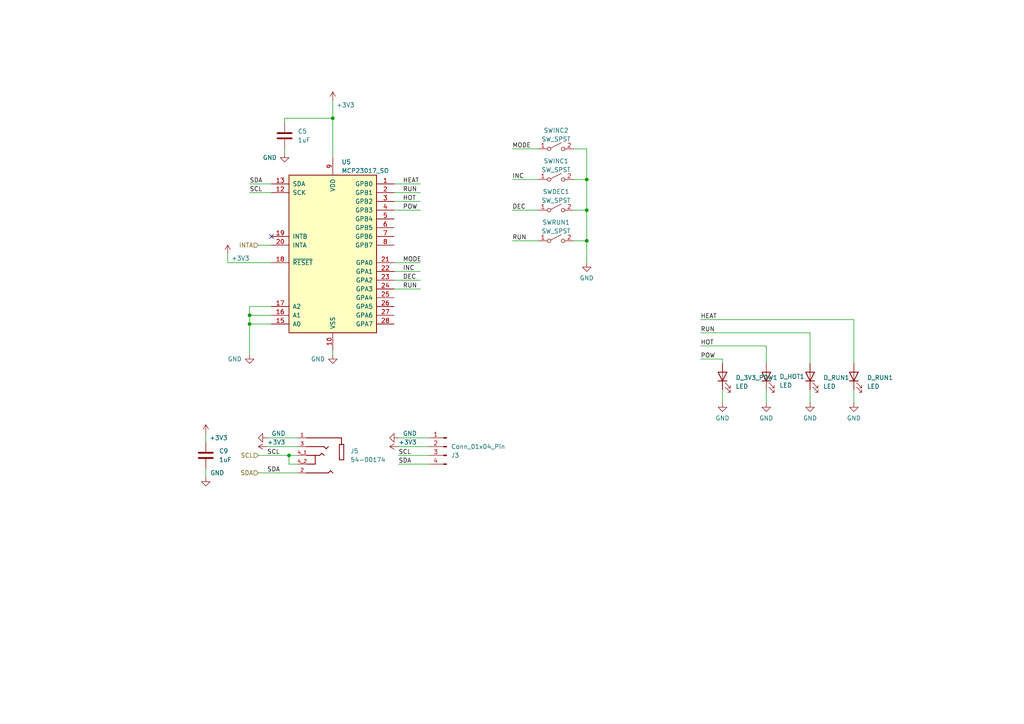
<source format=kicad_sch>
(kicad_sch (version 20230121) (generator eeschema)
  (paper "A4")
  (lib_symbols
    (symbol "Connector:Conn_01x04_Pin" (pin_names (offset 1.016) hide)
      (property "Reference" "J" (at 0 5.08 0))
      (property "Value" "Conn_01x04_Pin" (at 0 -7.62 0))
      (symbol "Conn_01x04_Pin_1_1"
        (polyline (pts (xy 1.27 -5.08) (xy 0.8636 -5.08)) (stroke (width 0.1524)))
        (polyline (pts (xy 1.27 -2.54) (xy 0.8636 -2.54)) (stroke (width 0.1524)))
        (polyline (pts (xy 1.27 0) (xy 0.8636 0)) (stroke (width 0.1524)))
        (polyline (pts (xy 1.27 2.54) (xy 0.8636 2.54)) (stroke (width 0.1524)))
        (rectangle (start 0.8636 -4.953) (end 0 -5.207) (stroke (width 0.1524)) (fill (type outline)))
        (rectangle (start 0.8636 -2.413) (end 0 -2.667) (stroke (width 0.1524)) (fill (type outline)))
        (rectangle (start 0.8636 0.127) (end 0 -0.127) (stroke (width 0.1524)) (fill (type outline)))
        (rectangle (start 0.8636 2.667) (end 0 2.413) (stroke (width 0.1524)) (fill (type outline)))
        (pin passive line (at 5.08 2.54 180) (length 3.81) (name "Pin_1") (number "1"))
        (pin passive line (at 5.08 0 180) (length 3.81) (name "Pin_2") (number "2"))
        (pin passive line (at 5.08 -2.54 180) (length 3.81) (name "Pin_3") (number "3"))
        (pin passive line (at 5.08 -5.08 180) (length 3.81) (name "Pin_4") (number "4"))
      )
    )
    (symbol "Device:C" (pin_numbers hide) (pin_names (offset 0.254))
      (property "Reference" "C" (at 0.635 2.54 0))
      (property "Value" "C" (at 0.635 -2.54 0))
      (symbol "C_0_1"
        (polyline (pts (xy -2.032 -0.762) (xy 2.032 -0.762)) (stroke (width 0.508)))
        (polyline (pts (xy -2.032 0.762) (xy 2.032 0.762)) (stroke (width 0.508)))
      )
      (symbol "C_1_1"
        (pin passive line (at 0 3.81 270) (length 2.794) (name "~") (number "1"))
        (pin passive line (at 0 -3.81 90) (length 2.794) (name "~") (number "2"))
      )
    )
    (symbol "Device:LED" (pin_numbers hide) (pin_names (offset 1.016) hide)
      (property "Reference" "D" (at 0 2.54 0))
      (property "Value" "LED" (at 0 -2.54 0))
      (symbol "LED_0_1"
        (polyline (pts (xy -1.27 -1.27) (xy -1.27 1.27)) (stroke (width 0.254)))
        (polyline (pts (xy -1.27 0) (xy 1.27 0)))
        (polyline (pts (xy 1.27 -1.27) (xy 1.27 1.27) (xy -1.27 0) (xy 1.27 -1.27)) (stroke (width 0.254)))
        (polyline (pts (xy -3.048 -0.762) (xy -4.572 -2.286) (xy -3.81 -2.286) (xy -4.572 -2.286) (xy -4.572 -1.524)))
        (polyline (pts (xy -1.778 -0.762) (xy -3.302 -2.286) (xy -2.54 -2.286) (xy -3.302 -2.286) (xy -3.302 -1.524)))
      )
      (symbol "LED_1_1"
        (pin passive line (at -3.81 0 0) (length 2.54) (name "K") (number "1"))
        (pin passive line (at 3.81 0 180) (length 2.54) (name "A") (number "2"))
      )
    )
    (symbol "HPsym:54-00174" (pin_names (offset 1.016) hide)
      (property "Reference" "J" (at -5.08 5.842 0))
      (property "Value" "54-00174" (at -5.08 -7.62 0))
      (symbol "54-00174_0_0"
        (polyline (pts (xy -5.715 -1.27) (xy -5.715 3.175)) (stroke (width 0.254)))
        (polyline (pts (xy -5.715 3.175) (xy -5.08 3.175)) (stroke (width 0.254)))
        (polyline (pts (xy -5.08 3.175) (xy -4.445 3.175)) (stroke (width 0.254)))
        (polyline (pts (xy -5.08 5.08) (xy -5.08 3.175)) (stroke (width 0.254)))
        (polyline (pts (xy -4.445 -1.27) (xy -5.715 -1.27)) (stroke (width 0.254)))
        (polyline (pts (xy -4.445 3.175) (xy -4.445 -1.27)) (stroke (width 0.254)))
        (polyline (pts (xy -1.905 -4.445) (xy -2.54 -5.08)) (stroke (width 0.254)))
        (polyline (pts (xy -1.27 -5.08) (xy -1.905 -4.445)) (stroke (width 0.254)))
        (polyline (pts (xy -0.635 1.905) (xy -1.27 2.54)) (stroke (width 0.254)))
        (polyline (pts (xy 0 2.54) (xy -0.635 1.905)) (stroke (width 0.254)))
        (polyline (pts (xy 0.635 0.635) (xy 0 0)) (stroke (width 0.254)))
        (polyline (pts (xy 1.27 0) (xy 0.635 0.635)) (stroke (width 0.254)))
        (polyline (pts (xy 2.54 -2.54) (xy 2.54 0)) (stroke (width 0.254)))
        (polyline (pts (xy 2.54 0) (xy 1.27 0)) (stroke (width 0.254)))
        (polyline (pts (xy 5.08 -5.08) (xy -1.27 -5.08)) (stroke (width 0.254)))
        (polyline (pts (xy 5.08 -2.54) (xy 2.54 -2.54)) (stroke (width 0.254)))
        (polyline (pts (xy 5.08 0) (xy 2.54 0)) (stroke (width 0.254)))
        (polyline (pts (xy 5.08 2.54) (xy 0 2.54)) (stroke (width 0.254)))
        (polyline (pts (xy 5.08 5.08) (xy -5.08 5.08)) (stroke (width 0.254)))
        (pin passive line (at 7.62 5.08 180) (length 2.54) (name "~") (number "1"))
        (pin passive line (at 7.62 -5.08 180) (length 2.54) (name "~") (number "2"))
        (pin passive line (at 7.62 2.54 180) (length 2.54) (name "~") (number "3"))
        (pin passive line (at 7.62 0 180) (length 2.54) (name "~") (number "4_1"))
        (pin passive line (at 7.62 -2.54 180) (length 2.54) (name "~") (number "4_2"))
      )
    )
    (symbol "Interface_Expansion:MCP23017_SO" (pin_names (offset 1.016))
      (property "Reference" "U" (at -11.43 24.13 0))
      (property "Value" "MCP23017_SO" (at 0 0 0))
      (symbol "MCP23017_SO_0_1"
        (rectangle (start -12.7 22.86) (end 12.7 -22.86) (stroke (width 0.254)) (fill (type background)))
      )
      (symbol "MCP23017_SO_1_1"
        (pin bidirectional line (at 17.78 20.32 180) (length 5.08) (name "GPB0") (number "1"))
        (pin power_in line (at 0 -27.94 90) (length 5.08) (name "VSS") (number "10"))
        (pin no_connect line (at -12.7 15.24 0) (length 5.08) hide (name "NC") (number "11"))
        (pin input line (at -17.78 17.78 0) (length 5.08) (name "SCK") (number "12"))
        (pin bidirectional line (at -17.78 20.32 0) (length 5.08) (name "SDA") (number "13"))
        (pin no_connect line (at -12.7 12.7 0) (length 5.08) hide (name "NC") (number "14"))
        (pin input line (at -17.78 -20.32 0) (length 5.08) (name "A0") (number "15"))
        (pin input line (at -17.78 -17.78 0) (length 5.08) (name "A1") (number "16"))
        (pin input line (at -17.78 -15.24 0) (length 5.08) (name "A2") (number "17"))
        (pin input line (at -17.78 -2.54 0) (length 5.08) (name "~{RESET}") (number "18"))
        (pin tri_state line (at -17.78 5.08 0) (length 5.08) (name "INTB") (number "19"))
        (pin bidirectional line (at 17.78 17.78 180) (length 5.08) (name "GPB1") (number "2"))
        (pin tri_state line (at -17.78 2.54 0) (length 5.08) (name "INTA") (number "20"))
        (pin bidirectional line (at 17.78 -2.54 180) (length 5.08) (name "GPA0") (number "21"))
        (pin bidirectional line (at 17.78 -5.08 180) (length 5.08) (name "GPA1") (number "22"))
        (pin bidirectional line (at 17.78 -7.62 180) (length 5.08) (name "GPA2") (number "23"))
        (pin bidirectional line (at 17.78 -10.16 180) (length 5.08) (name "GPA3") (number "24"))
        (pin bidirectional line (at 17.78 -12.7 180) (length 5.08) (name "GPA4") (number "25"))
        (pin bidirectional line (at 17.78 -15.24 180) (length 5.08) (name "GPA5") (number "26"))
        (pin bidirectional line (at 17.78 -17.78 180) (length 5.08) (name "GPA6") (number "27"))
        (pin bidirectional line (at 17.78 -20.32 180) (length 5.08) (name "GPA7") (number "28"))
        (pin bidirectional line (at 17.78 15.24 180) (length 5.08) (name "GPB2") (number "3"))
        (pin bidirectional line (at 17.78 12.7 180) (length 5.08) (name "GPB3") (number "4"))
        (pin bidirectional line (at 17.78 10.16 180) (length 5.08) (name "GPB4") (number "5"))
        (pin bidirectional line (at 17.78 7.62 180) (length 5.08) (name "GPB5") (number "6"))
        (pin bidirectional line (at 17.78 5.08 180) (length 5.08) (name "GPB6") (number "7"))
        (pin bidirectional line (at 17.78 2.54 180) (length 5.08) (name "GPB7") (number "8"))
        (pin power_in line (at 0 27.94 270) (length 5.08) (name "VDD") (number "9"))
      )
    )
    (symbol "Switch:SW_SPST" (pin_names (offset 0) hide)
      (property "Reference" "SW" (at 0 3.175 0))
      (property "Value" "SW_SPST" (at 0 -2.54 0))
      (symbol "SW_SPST_0_0"
        (circle (center -2.032 0) (radius 0.508))
        (polyline (pts (xy -1.524 0.254) (xy 1.524 1.778)))
        (circle (center 2.032 0) (radius 0.508))
      )
      (symbol "SW_SPST_1_1"
        (pin passive line (at -5.08 0 0) (length 2.54) (name "A") (number "1"))
        (pin passive line (at 5.08 0 180) (length 2.54) (name "B") (number "2"))
      )
    )
    (symbol "power:+3V3" (power) (pin_names (offset 0))
      (property "Value" "+3V3" (at 0 3.556 0))
      (symbol "+3V3_0_1"
        (polyline (pts (xy -0.762 1.27) (xy 0 2.54)))
        (polyline (pts (xy 0 0) (xy 0 2.54)))
        (polyline (pts (xy 0 2.54) (xy 0.762 1.27)))
      )
      (symbol "+3V3_1_1"
        (pin power_in line (at 0 0 90) (length 0) hide (name "+3V3") (number "1"))
      )
    )
    (symbol "power:GND" (power) (pin_names (offset 0))
      (property "Value" "GND" (at 0 -3.81 0))
      (symbol "GND_0_1"
        (polyline (pts (xy 0 0) (xy 0 -1.27) (xy 1.27 -1.27) (xy 0 -2.54) (xy -1.27 -1.27) (xy 0 -1.27)))
      )
      (symbol "GND_1_1"
        (pin power_in line (at 0 0 270) (length 0) hide (name "GND") (number "1"))
      )
    )
  )
  (junction (at 83.82 132.08))
  (junction (at 72.39 91.44))
  (junction (at 96.52 34.29))
  (junction (at 170.18 52.07))
  (junction (at 72.39 93.98))
  (junction (at 170.18 69.85))
  (junction (at 170.18 60.96))
  (no_connect (at 78.74 68.58))
  (wire (pts (xy 59.69 135.89) (xy 59.69 138.43)))
  (wire (pts (xy 170.18 43.18) (xy 170.18 52.07)))
  (wire (pts (xy 96.52 34.29) (xy 96.52 45.72)))
  (wire (pts (xy 114.3 76.2) (xy 121.92 76.2)))
  (wire (pts (xy 247.65 113.03) (xy 247.65 116.84)))
  (wire (pts (xy 82.55 34.29) (xy 96.52 34.29)))
  (wire (pts (xy 166.37 69.85) (xy 170.18 69.85)))
  (wire (pts (xy 96.52 29.21) (xy 96.52 34.29)))
  (wire (pts (xy 222.25 113.03) (xy 222.25 116.84)))
  (wire (pts (xy 247.65 92.71) (xy 247.65 105.41)))
  (wire (pts (xy 114.3 81.28) (xy 121.92 81.28)))
  (wire (pts (xy 114.3 55.88) (xy 121.92 55.88)))
  (wire (pts (xy 74.93 71.12) (xy 78.74 71.12)))
  (wire (pts (xy 114.3 53.34) (xy 121.92 53.34)))
  (wire (pts (xy 166.37 52.07) (xy 170.18 52.07)))
  (wire (pts (xy 115.57 129.54) (xy 124.46 129.54)))
  (wire (pts (xy 74.93 137.16) (xy 86.36 137.16)))
  (wire (pts (xy 72.39 55.88) (xy 78.74 55.88)))
  (wire (pts (xy 166.37 60.96) (xy 170.18 60.96)))
  (wire (pts (xy 234.95 113.03) (xy 234.95 116.84)))
  (wire (pts (xy 72.39 93.98) (xy 78.74 93.98)))
  (wire (pts (xy 114.3 58.42) (xy 121.92 58.42)))
  (wire (pts (xy 203.2 92.71) (xy 247.65 92.71)))
  (wire (pts (xy 209.55 104.14) (xy 209.55 105.41)))
  (wire (pts (xy 83.82 132.08) (xy 86.36 132.08)))
  (wire (pts (xy 203.2 96.52) (xy 234.95 96.52)))
  (wire (pts (xy 96.52 102.87) (xy 96.52 101.6)))
  (wire (pts (xy 72.39 91.44) (xy 72.39 93.98)))
  (wire (pts (xy 82.55 43.18) (xy 82.55 44.45)))
  (wire (pts (xy 77.47 127) (xy 86.36 127)))
  (wire (pts (xy 77.47 129.54) (xy 86.36 129.54)))
  (wire (pts (xy 115.57 132.08) (xy 124.46 132.08)))
  (wire (pts (xy 72.39 53.34) (xy 78.74 53.34)))
  (wire (pts (xy 66.04 73.66) (xy 66.04 76.2)))
  (wire (pts (xy 115.57 127) (xy 124.46 127)))
  (wire (pts (xy 170.18 60.96) (xy 170.18 69.85)))
  (wire (pts (xy 148.59 69.85) (xy 156.21 69.85)))
  (wire (pts (xy 72.39 93.98) (xy 72.39 102.87)))
  (wire (pts (xy 203.2 100.33) (xy 222.25 100.33)))
  (wire (pts (xy 148.59 60.96) (xy 156.21 60.96)))
  (wire (pts (xy 66.04 76.2) (xy 78.74 76.2)))
  (wire (pts (xy 82.55 35.56) (xy 82.55 34.29)))
  (wire (pts (xy 114.3 83.82) (xy 121.92 83.82)))
  (wire (pts (xy 114.3 78.74) (xy 121.92 78.74)))
  (wire (pts (xy 114.3 60.96) (xy 121.92 60.96)))
  (wire (pts (xy 115.57 134.62) (xy 124.46 134.62)))
  (wire (pts (xy 209.55 113.03) (xy 209.55 116.84)))
  (wire (pts (xy 78.74 88.9) (xy 72.39 88.9)))
  (wire (pts (xy 148.59 52.07) (xy 156.21 52.07)))
  (wire (pts (xy 234.95 96.52) (xy 234.95 105.41)))
  (wire (pts (xy 74.93 132.08) (xy 83.82 132.08)))
  (wire (pts (xy 72.39 91.44) (xy 78.74 91.44)))
  (wire (pts (xy 170.18 52.07) (xy 170.18 60.96)))
  (wire (pts (xy 222.25 100.33) (xy 222.25 105.41)))
  (wire (pts (xy 59.69 125.73) (xy 59.69 128.27)))
  (wire (pts (xy 148.59 43.18) (xy 156.21 43.18)))
  (wire (pts (xy 166.37 43.18) (xy 170.18 43.18)))
  (wire (pts (xy 203.2 104.14) (xy 209.55 104.14)))
  (wire (pts (xy 83.82 134.62) (xy 83.82 132.08)))
  (wire (pts (xy 72.39 88.9) (xy 72.39 91.44)))
  (wire (pts (xy 86.36 134.62) (xy 83.82 134.62)))
  (wire (pts (xy 170.18 69.85) (xy 170.18 76.2)))
  (label "INC" (at 116.84 78.74 0))
  (label "SCL" (at 72.39 55.88 0))
  (label "POW" (at 116.84 60.96 0))
  (label "SCL" (at 77.47 132.08 0))
  (label "SCL" (at 115.57 132.08 0))
  (label "SDA" (at 72.39 53.34 0))
  (label "DEC" (at 148.59 60.96 0))
  (label "HOT" (at 116.84 58.42 0))
  (label "HEAT" (at 203.2 92.71 0))
  (label "RUN" (at 116.84 83.82 0))
  (label "MODE" (at 116.84 76.2 0))
  (label "RUN" (at 148.59 69.85 0))
  (label "HEAT" (at 116.84 53.34 0))
  (label "DEC" (at 116.84 81.28 0))
  (label "SDA" (at 115.57 134.62 0))
  (label "RUN" (at 116.84 55.88 0))
  (label "INC" (at 148.59 52.07 0))
  (label "MODE" (at 148.59 43.18 0))
  (label "POW" (at 203.2 104.14 0))
  (label "RUN" (at 203.2 96.52 0))
  (label "HOT" (at 203.2 100.33 0))
  (label "SDA" (at 77.47 137.16 0))
  (hierarchical_label "INTA" (shape input) (at 74.93 71.12 180))
  (hierarchical_label "SCL" (shape input) (at 74.93 132.08 180))
  (hierarchical_label "SDA" (shape input) (at 74.93 137.16 180))
  (symbol (lib_id "power:GND") (at 222.25 116.84 0) (unit 1)
    (property "Reference" "#PWR0101" (effects hide))
    (property "Value" "GND" (at 222.25 121.2834 0))
    (instances (project "HPcontroller" (path "" (reference "#PWR0101") (unit 1)) (path "" (reference "#PWR055") (unit 1))))
  )
  (symbol (lib_id "power:GND") (at 72.39 102.87 0) (unit 1)
    (property "Reference" "#PWR046" (effects hide))
    (property "Value" "GND" (at 66.04 104.14 0) (effects (justify left)))
    (instances (project "HPcontroller" (path "" (reference "#PWR046") (unit 1)) (path "" (reference "#PWR049") (unit 1))))
  )
  (symbol (lib_id "Device:C") (at 59.69 132.08 0) (unit 1)
    (property "Reference" "C9" (at 63.5 130.81 0) (effects (justify left)))
    (property "Value" "1uF" (at 63.5 133.35 0) (effects (justify left)))
    (property "Footprint" "Capacitor_SMD:C_0805_2012Metric_Pad1.18x1.45mm_HandSolder" (effects hide))
  )
  (symbol (lib_id "HPsym:54-00174") (at 93.98 132.08 0) (mirror y) (unit 1)
    (property "Reference" "J5" (at 101.6 130.81 0) (effects (justify right)))
    (property "Value" "54-00174" (at 101.6 133.35 0) (effects (justify right)))
    (property "Footprint" "TENSILITY_54-00174" (effects hide))
    (property "PARTREV" "A" (effects hide))
    (property "STANDARD" "Manufacturer Recommendations" (effects hide))
    (property "SNAPEDA_PN" "54-00174" (effects hide))
    (property "MAXIMUM_PACKAGE_HEIGHT" "6mm" (effects hide))
    (property "MANUFACTURER" "TENSILITY" (effects hide))
    (property "MPN" "54-00174" (effects hide))
    (instances (project "HPcontroller" (path "" (reference "J5") (unit 1)) (path "" (reference "J1") (unit 1))))
  )
  (symbol (lib_id "power:GND") (at 82.55 44.45 0) (unit 1)
    (property "Reference" "#PWR044" (effects hide))
    (property "Value" "GND" (at 76.2 45.72 0) (effects (justify left)))
    (instances (project "HPcontroller" (path "" (reference "#PWR044") (unit 1)) (path "" (reference "#PWR057") (unit 1))))
  )
  (symbol (lib_id "Switch:SW_SPST") (at 161.29 69.85 0) (unit 1)
    (property "Reference" "SWRUN1" (at 161.29 64.4992 0))
    (property "Value" "SW_SPST" (at 161.29 67.0361 0))
    (property "Footprint" "Button_Switch_SMD:SW_SPST_PTS645" (effects hide))
    (instances (project "HPcontroller" (path "" (reference "SWRUN1") (unit 1)) (path "" (reference "SWRUN2") (unit 1))))
  )
  (symbol (lib_id "Device:LED") (at 247.65 109.22 90) (unit 1)
    (property "Reference" "D_RUN1" (at 251.46 109.5375 90) (effects (justify right)))
    (property "Value" "LED" (at 251.46 112.0775 90) (effects (justify right)))
    (property "Footprint" "LED_SMD:LED_0603_1608Metric_Pad1.05x0.95mm_HandSolder" (effects hide))
    (instances (project "HPcontroller" (path "" (reference "D_RUN1") (unit 1)) (path "" (reference "D_HEAT1") (unit 1))))
  )
  (symbol (lib_id "power:+3V3") (at 77.47 129.54 90) (unit 1)
    (property "Reference" "#PWR043" (effects hide))
    (property "Value" "+3V3" (at 77.47 128.27 90) (effects (justify right)))
    (instances (project "HPcontroller" (path "" (reference "#PWR043") (unit 1)) (path "" (reference "#PWR051") (unit 1))))
  )
  (symbol (lib_id "Device:C") (at 82.55 39.37 0) (unit 1)
    (property "Reference" "C5" (at 86.36 38.1 0) (effects (justify left)))
    (property "Value" "1uF" (at 86.36 40.64 0) (effects (justify left)))
    (property "Footprint" "Capacitor_SMD:C_0805_2012Metric_Pad1.18x1.45mm_HandSolder" (effects hide))
  )
  (symbol (lib_id "Connector:Conn_01x04_Pin") (at 129.54 129.54 0) (mirror y) (unit 1)
    (property "Reference" "J3" (at 130.81 132.08 0) (effects (justify right)))
    (property "Value" "Conn_01x04_Pin" (at 130.81 129.54 0) (effects (justify right)))
    (property "Footprint" "Connector_PinHeader_2.54mm:PinHeader_1x04_P2.54mm_Vertical" (effects hide))
  )
  (symbol (lib_id "power:+3V3") (at 66.04 73.66 0) (unit 1)
    (property "Reference" "#PWR047" (effects hide))
    (property "Value" "+3V3" (at 72.39 74.93 0) (effects (justify right)))
    (instances (project "HPcontroller" (path "" (reference "#PWR047") (unit 1)) (path "" (reference "#PWR048") (unit 1))))
  )
  (symbol (lib_id "power:GND") (at 209.55 116.84 0) (unit 1)
    (property "Reference" "#PWR0102" (effects hide))
    (property "Value" "GND" (at 209.55 121.2834 0))
    (instances (project "HPcontroller" (path "" (reference "#PWR0102") (unit 1)) (path "" (reference "#PWR054") (unit 1))))
  )
  (symbol (lib_id "Switch:SW_SPST") (at 161.29 60.96 0) (unit 1)
    (property "Reference" "SWDEC1" (at 161.29 55.6092 0))
    (property "Value" "SW_SPST" (at 161.29 58.1461 0))
    (property "Footprint" "Button_Switch_SMD:SW_SPST_PTS645" (effects hide))
    (instances (project "HPcontroller" (path "" (reference "SWDEC1") (unit 1)) (path "" (reference "SWDEC2") (unit 1))))
  )
  (symbol (lib_id "Device:LED") (at 222.25 109.22 90) (unit 1)
    (property "Reference" "D_HOT1" (at 226.06 109.22 90) (effects (justify right)))
    (property "Value" "LED" (at 226.06 111.76 90) (effects (justify right)))
    (property "Footprint" "LED_SMD:LED_0603_1608Metric_Pad1.05x0.95mm_HandSolder" (effects hide))
  )
  (symbol (lib_id "Device:LED") (at 234.95 109.22 90) (unit 1)
    (property "Reference" "D_RUN1" (at 238.76 109.5374 90) (effects (justify right)))
    (property "Value" "LED" (at 238.76 112.0774 90) (effects (justify right)))
    (property "Footprint" "LED_SMD:LED_0603_1608Metric_Pad1.05x0.95mm_HandSolder" (effects hide))
  )
  (symbol (lib_id "Switch:SW_SPST") (at 161.29 43.18 0) (unit 1)
    (property "Reference" "SWINC2" (at 161.29 37.8292 0))
    (property "Value" "SW_SPST" (at 161.29 40.3661 0))
    (property "Footprint" "Button_Switch_SMD:SW_SPST_PTS645" (effects hide))
    (instances (project "HPcontroller" (path "" (reference "SWINC2") (unit 1)) (path "" (reference "SWINC3") (unit 1))))
  )
  (symbol (lib_id "power:GND") (at 59.69 138.43 0) (unit 1)
    (property "Reference" "#PWR042" (effects hide))
    (property "Value" "GND" (at 60.96 137.16 0) (effects (justify left)))
    (instances (project "HPcontroller" (path "" (reference "#PWR042") (unit 1)) (path "" (reference "#PWR046") (unit 1))))
  )
  (symbol (lib_id "power:+3V3") (at 115.57 129.54 90) (unit 1)
    (property "Reference" "#PWR043" (effects hide))
    (property "Value" "+3V3" (at 115.57 128.27 90) (effects (justify right)))
    (instances (project "HPcontroller" (path "" (reference "#PWR043") (unit 1)) (path "" (reference "#PWR045") (unit 1))))
  )
  (symbol (lib_id "power:GND") (at 77.47 127 270) (unit 1)
    (property "Reference" "#PWR042" (effects hide))
    (property "Value" "GND" (at 78.74 125.73 90) (effects (justify left)))
    (instances (project "HPcontroller" (path "" (reference "#PWR042") (unit 1)) (path "" (reference "#PWR050") (unit 1))))
  )
  (symbol (lib_id "power:GND") (at 115.57 127 270) (unit 1)
    (property "Reference" "#PWR042" (effects hide))
    (property "Value" "GND" (at 116.84 125.73 90) (effects (justify left)))
    (instances (project "HPcontroller" (path "" (reference "#PWR042") (unit 1)) (path "" (reference "#PWR044") (unit 1))))
  )
  (symbol (lib_id "power:GND") (at 96.52 102.87 0) (unit 1)
    (property "Reference" "#PWR044" (effects hide))
    (property "Value" "GND" (at 90.17 104.14 0) (effects (justify left)))
    (instances (project "HPcontroller" (path "" (reference "#PWR044") (unit 1)) (path "" (reference "#PWR053") (unit 1))))
  )
  (symbol (lib_id "power:+3V3") (at 96.52 29.21 0) (unit 1)
    (property "Reference" "#PWR045" (effects hide))
    (property "Value" "+3V3" (at 102.87 30.48 0) (effects (justify right)))
    (instances (project "HPcontroller" (path "" (reference "#PWR045") (unit 1)) (path "" (reference "#PWR052") (unit 1))))
  )
  (symbol (lib_id "power:+3V3") (at 59.69 125.73 0) (unit 1)
    (property "Reference" "#PWR043" (effects hide))
    (property "Value" "+3V3" (at 66.04 127 0) (effects (justify right)))
    (instances (project "HPcontroller" (path "" (reference "#PWR043") (unit 1)) (path "" (reference "#PWR047") (unit 1))))
  )
  (symbol (lib_id "Device:LED") (at 209.55 109.22 90) (unit 1)
    (property "Reference" "D_3V3_POW1" (at 213.36 109.5375 90) (effects (justify right)))
    (property "Value" "LED" (at 213.36 112.0775 90) (effects (justify right)))
    (property "Footprint" "LED_SMD:LED_0603_1608Metric_Pad1.05x0.95mm_HandSolder" (effects hide))
    (instances (project "HPcontroller" (path "" (reference "D_3V3_POW1") (unit 1)) (path "" (reference "D_POW1") (unit 1))))
  )
  (symbol (lib_id "power:GND") (at 234.95 116.84 0) (unit 1)
    (property "Reference" "#PWR0102" (effects hide))
    (property "Value" "GND" (at 234.95 121.2834 0))
    (instances (project "HPcontroller" (path "" (reference "#PWR0102") (unit 1)) (path "" (reference "#PWR042") (unit 1))))
  )
  (symbol (lib_id "Switch:SW_SPST") (at 161.29 52.07 0) (unit 1)
    (property "Reference" "SWINC1" (at 161.29 46.7192 0))
    (property "Value" "SW_SPST" (at 161.29 49.2561 0))
    (property "Footprint" "Button_Switch_SMD:SW_SPST_PTS645" (effects hide))
    (instances (project "HPcontroller" (path "" (reference "SWINC1") (unit 1)) (path "" (reference "SWINC4") (unit 1))))
  )
  (symbol (lib_id "power:GND") (at 170.18 76.2 0) (unit 1)
    (property "Reference" "#PWR0113" (effects hide))
    (property "Value" "GND" (at 170.18 80.6434 0))
    (instances (project "HPcontroller" (path "" (reference "#PWR0113") (unit 1)) (path "" (reference "#PWR056") (unit 1))))
  )
  (symbol (lib_id "Interface_Expansion:MCP23017_SO") (at 96.52 73.66 0) (unit 1)
    (property "Reference" "U5" (at 99.06 46.99 0) (effects (justify left)))
    (property "Value" "MCP23017_SO" (at 99.06 49.53 0) (effects (justify left)))
    (property "Footprint" "Package_SO:SOIC-28W_7.5x17.9mm_P1.27mm" (effects hide))
    (property "Datasheet" "http://ww1.microchip.com/downloads/en/DeviceDoc/20001952C.pdf" (effects hide))
    (instances (project "HPcontroller" (path "" (reference "U5") (unit 1)) (path "" (reference "U1") (unit 1))))
  )
  (symbol (lib_id "power:GND") (at 247.65 116.84 0) (unit 1)
    (property "Reference" "#PWR0101" (effects hide))
    (property "Value" "GND" (at 247.65 121.2834 0))
    (instances (project "HPcontroller" (path "" (reference "#PWR0101") (unit 1)) (path "" (reference "#PWR043") (unit 1))))
  )
)
</source>
